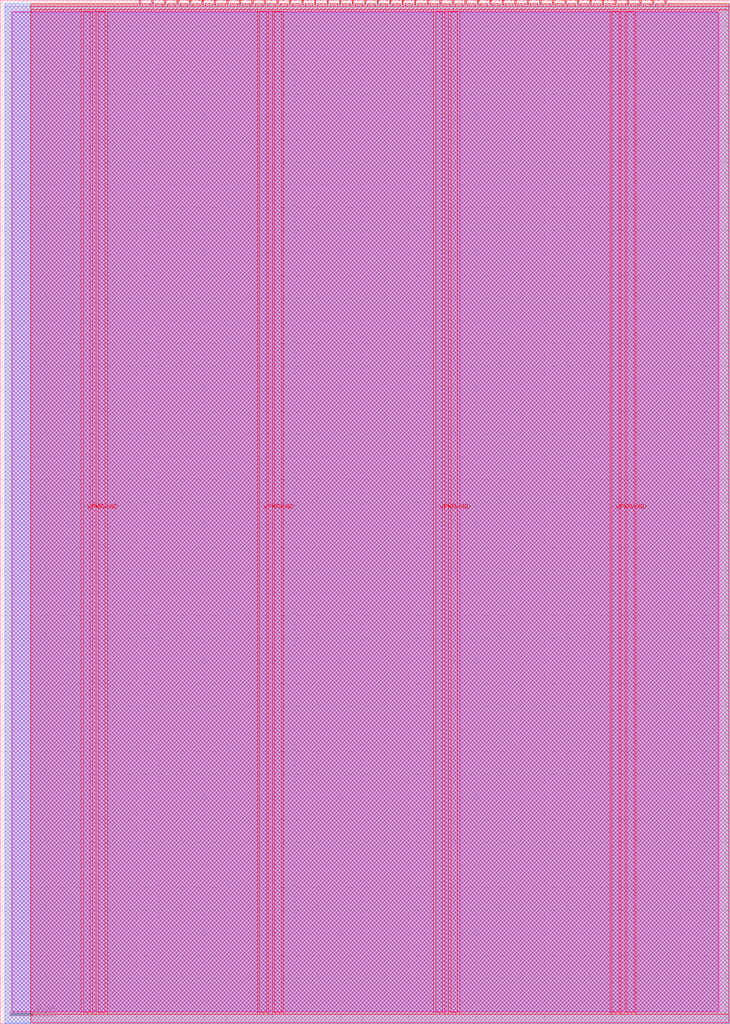
<source format=lef>
VERSION 5.7 ;
  NOWIREEXTENSIONATPIN ON ;
  DIVIDERCHAR "/" ;
  BUSBITCHARS "[]" ;
MACRO tt_um_MichaelBell_canon
  CLASS BLOCK ;
  FOREIGN tt_um_MichaelBell_canon ;
  ORIGIN 0.000 0.000 ;
  SIZE 161.000 BY 225.760 ;
  PIN VGND
    DIRECTION INOUT ;
    USE GROUND ;
    PORT
      LAYER met4 ;
        RECT 21.580 2.480 23.180 223.280 ;
    END
    PORT
      LAYER met4 ;
        RECT 60.450 2.480 62.050 223.280 ;
    END
    PORT
      LAYER met4 ;
        RECT 99.320 2.480 100.920 223.280 ;
    END
    PORT
      LAYER met4 ;
        RECT 138.190 2.480 139.790 223.280 ;
    END
  END VGND
  PIN VPWR
    DIRECTION INOUT ;
    USE POWER ;
    PORT
      LAYER met4 ;
        RECT 18.280 2.480 19.880 223.280 ;
    END
    PORT
      LAYER met4 ;
        RECT 57.150 2.480 58.750 223.280 ;
    END
    PORT
      LAYER met4 ;
        RECT 96.020 2.480 97.620 223.280 ;
    END
    PORT
      LAYER met4 ;
        RECT 134.890 2.480 136.490 223.280 ;
    END
  END VPWR
  PIN clk
    DIRECTION INPUT ;
    USE SIGNAL ;
    ANTENNAGATEAREA 0.852000 ;
    PORT
      LAYER met4 ;
        RECT 143.830 224.760 144.130 225.760 ;
    END
  END clk
  PIN ena
    DIRECTION INPUT ;
    USE SIGNAL ;
    PORT
      LAYER met4 ;
        RECT 146.590 224.760 146.890 225.760 ;
    END
  END ena
  PIN rst_n
    DIRECTION INPUT ;
    USE SIGNAL ;
    ANTENNAGATEAREA 0.213000 ;
    PORT
      LAYER met4 ;
        RECT 141.070 224.760 141.370 225.760 ;
    END
  END rst_n
  PIN ui_in[0]
    DIRECTION INPUT ;
    USE SIGNAL ;
    ANTENNAGATEAREA 0.196500 ;
    PORT
      LAYER met4 ;
        RECT 138.310 224.760 138.610 225.760 ;
    END
  END ui_in[0]
  PIN ui_in[1]
    DIRECTION INPUT ;
    USE SIGNAL ;
    ANTENNAGATEAREA 0.126000 ;
    PORT
      LAYER met4 ;
        RECT 135.550 224.760 135.850 225.760 ;
    END
  END ui_in[1]
  PIN ui_in[2]
    DIRECTION INPUT ;
    USE SIGNAL ;
    ANTENNAGATEAREA 0.196500 ;
    PORT
      LAYER met4 ;
        RECT 132.790 224.760 133.090 225.760 ;
    END
  END ui_in[2]
  PIN ui_in[3]
    DIRECTION INPUT ;
    USE SIGNAL ;
    ANTENNAGATEAREA 0.196500 ;
    PORT
      LAYER met4 ;
        RECT 130.030 224.760 130.330 225.760 ;
    END
  END ui_in[3]
  PIN ui_in[4]
    DIRECTION INPUT ;
    USE SIGNAL ;
    ANTENNAGATEAREA 0.196500 ;
    PORT
      LAYER met4 ;
        RECT 127.270 224.760 127.570 225.760 ;
    END
  END ui_in[4]
  PIN ui_in[5]
    DIRECTION INPUT ;
    USE SIGNAL ;
    ANTENNAGATEAREA 0.159000 ;
    PORT
      LAYER met4 ;
        RECT 124.510 224.760 124.810 225.760 ;
    END
  END ui_in[5]
  PIN ui_in[6]
    DIRECTION INPUT ;
    USE SIGNAL ;
    ANTENNAGATEAREA 0.213000 ;
    PORT
      LAYER met4 ;
        RECT 121.750 224.760 122.050 225.760 ;
    END
  END ui_in[6]
  PIN ui_in[7]
    DIRECTION INPUT ;
    USE SIGNAL ;
    ANTENNAGATEAREA 0.196500 ;
    PORT
      LAYER met4 ;
        RECT 118.990 224.760 119.290 225.760 ;
    END
  END ui_in[7]
  PIN uio_in[0]
    DIRECTION INPUT ;
    USE SIGNAL ;
    PORT
      LAYER met4 ;
        RECT 116.230 224.760 116.530 225.760 ;
    END
  END uio_in[0]
  PIN uio_in[1]
    DIRECTION INPUT ;
    USE SIGNAL ;
    PORT
      LAYER met4 ;
        RECT 113.470 224.760 113.770 225.760 ;
    END
  END uio_in[1]
  PIN uio_in[2]
    DIRECTION INPUT ;
    USE SIGNAL ;
    PORT
      LAYER met4 ;
        RECT 110.710 224.760 111.010 225.760 ;
    END
  END uio_in[2]
  PIN uio_in[3]
    DIRECTION INPUT ;
    USE SIGNAL ;
    PORT
      LAYER met4 ;
        RECT 107.950 224.760 108.250 225.760 ;
    END
  END uio_in[3]
  PIN uio_in[4]
    DIRECTION INPUT ;
    USE SIGNAL ;
    PORT
      LAYER met4 ;
        RECT 105.190 224.760 105.490 225.760 ;
    END
  END uio_in[4]
  PIN uio_in[5]
    DIRECTION INPUT ;
    USE SIGNAL ;
    PORT
      LAYER met4 ;
        RECT 102.430 224.760 102.730 225.760 ;
    END
  END uio_in[5]
  PIN uio_in[6]
    DIRECTION INPUT ;
    USE SIGNAL ;
    PORT
      LAYER met4 ;
        RECT 99.670 224.760 99.970 225.760 ;
    END
  END uio_in[6]
  PIN uio_in[7]
    DIRECTION INPUT ;
    USE SIGNAL ;
    PORT
      LAYER met4 ;
        RECT 96.910 224.760 97.210 225.760 ;
    END
  END uio_in[7]
  PIN uio_oe[0]
    DIRECTION OUTPUT ;
    USE SIGNAL ;
    PORT
      LAYER met4 ;
        RECT 49.990 224.760 50.290 225.760 ;
    END
  END uio_oe[0]
  PIN uio_oe[1]
    DIRECTION OUTPUT ;
    USE SIGNAL ;
    ANTENNADIFFAREA 0.445500 ;
    PORT
      LAYER met4 ;
        RECT 47.230 224.760 47.530 225.760 ;
    END
  END uio_oe[1]
  PIN uio_oe[2]
    DIRECTION OUTPUT ;
    USE SIGNAL ;
    ANTENNADIFFAREA 0.445500 ;
    PORT
      LAYER met4 ;
        RECT 44.470 224.760 44.770 225.760 ;
    END
  END uio_oe[2]
  PIN uio_oe[3]
    DIRECTION OUTPUT ;
    USE SIGNAL ;
    ANTENNADIFFAREA 0.445500 ;
    PORT
      LAYER met4 ;
        RECT 41.710 224.760 42.010 225.760 ;
    END
  END uio_oe[3]
  PIN uio_oe[4]
    DIRECTION OUTPUT ;
    USE SIGNAL ;
    ANTENNADIFFAREA 0.445500 ;
    PORT
      LAYER met4 ;
        RECT 38.950 224.760 39.250 225.760 ;
    END
  END uio_oe[4]
  PIN uio_oe[5]
    DIRECTION OUTPUT ;
    USE SIGNAL ;
    ANTENNADIFFAREA 0.445500 ;
    PORT
      LAYER met4 ;
        RECT 36.190 224.760 36.490 225.760 ;
    END
  END uio_oe[5]
  PIN uio_oe[6]
    DIRECTION OUTPUT ;
    USE SIGNAL ;
    ANTENNADIFFAREA 0.445500 ;
    PORT
      LAYER met4 ;
        RECT 33.430 224.760 33.730 225.760 ;
    END
  END uio_oe[6]
  PIN uio_oe[7]
    DIRECTION OUTPUT ;
    USE SIGNAL ;
    PORT
      LAYER met4 ;
        RECT 30.670 224.760 30.970 225.760 ;
    END
  END uio_oe[7]
  PIN uio_out[0]
    DIRECTION OUTPUT ;
    USE SIGNAL ;
    ANTENNADIFFAREA 0.445500 ;
    PORT
      LAYER met4 ;
        RECT 72.070 224.760 72.370 225.760 ;
    END
  END uio_out[0]
  PIN uio_out[1]
    DIRECTION OUTPUT ;
    USE SIGNAL ;
    ANTENNADIFFAREA 0.445500 ;
    PORT
      LAYER met4 ;
        RECT 69.310 224.760 69.610 225.760 ;
    END
  END uio_out[1]
  PIN uio_out[2]
    DIRECTION OUTPUT ;
    USE SIGNAL ;
    ANTENNADIFFAREA 0.445500 ;
    PORT
      LAYER met4 ;
        RECT 66.550 224.760 66.850 225.760 ;
    END
  END uio_out[2]
  PIN uio_out[3]
    DIRECTION OUTPUT ;
    USE SIGNAL ;
    ANTENNADIFFAREA 0.445500 ;
    PORT
      LAYER met4 ;
        RECT 63.790 224.760 64.090 225.760 ;
    END
  END uio_out[3]
  PIN uio_out[4]
    DIRECTION OUTPUT ;
    USE SIGNAL ;
    ANTENNADIFFAREA 0.445500 ;
    PORT
      LAYER met4 ;
        RECT 61.030 224.760 61.330 225.760 ;
    END
  END uio_out[4]
  PIN uio_out[5]
    DIRECTION OUTPUT ;
    USE SIGNAL ;
    ANTENNADIFFAREA 0.445500 ;
    PORT
      LAYER met4 ;
        RECT 58.270 224.760 58.570 225.760 ;
    END
  END uio_out[5]
  PIN uio_out[6]
    DIRECTION OUTPUT ;
    USE SIGNAL ;
    ANTENNADIFFAREA 0.445500 ;
    PORT
      LAYER met4 ;
        RECT 55.510 224.760 55.810 225.760 ;
    END
  END uio_out[6]
  PIN uio_out[7]
    DIRECTION OUTPUT ;
    USE SIGNAL ;
    ANTENNAGATEAREA 0.247500 ;
    ANTENNADIFFAREA 0.891000 ;
    PORT
      LAYER met4 ;
        RECT 52.750 224.760 53.050 225.760 ;
    END
  END uio_out[7]
  PIN uo_out[0]
    DIRECTION OUTPUT ;
    USE SIGNAL ;
    ANTENNADIFFAREA 0.643500 ;
    PORT
      LAYER met4 ;
        RECT 94.150 224.760 94.450 225.760 ;
    END
  END uo_out[0]
  PIN uo_out[1]
    DIRECTION OUTPUT ;
    USE SIGNAL ;
    ANTENNADIFFAREA 0.643500 ;
    PORT
      LAYER met4 ;
        RECT 91.390 224.760 91.690 225.760 ;
    END
  END uo_out[1]
  PIN uo_out[2]
    DIRECTION OUTPUT ;
    USE SIGNAL ;
    ANTENNADIFFAREA 0.643500 ;
    PORT
      LAYER met4 ;
        RECT 88.630 224.760 88.930 225.760 ;
    END
  END uo_out[2]
  PIN uo_out[3]
    DIRECTION OUTPUT ;
    USE SIGNAL ;
    ANTENNADIFFAREA 0.445500 ;
    PORT
      LAYER met4 ;
        RECT 85.870 224.760 86.170 225.760 ;
    END
  END uo_out[3]
  PIN uo_out[4]
    DIRECTION OUTPUT ;
    USE SIGNAL ;
    ANTENNADIFFAREA 0.643500 ;
    PORT
      LAYER met4 ;
        RECT 83.110 224.760 83.410 225.760 ;
    END
  END uo_out[4]
  PIN uo_out[5]
    DIRECTION OUTPUT ;
    USE SIGNAL ;
    ANTENNADIFFAREA 0.643500 ;
    PORT
      LAYER met4 ;
        RECT 80.350 224.760 80.650 225.760 ;
    END
  END uo_out[5]
  PIN uo_out[6]
    DIRECTION OUTPUT ;
    USE SIGNAL ;
    ANTENNADIFFAREA 0.643500 ;
    PORT
      LAYER met4 ;
        RECT 77.590 224.760 77.890 225.760 ;
    END
  END uo_out[6]
  PIN uo_out[7]
    DIRECTION OUTPUT ;
    USE SIGNAL ;
    ANTENNAGATEAREA 0.495000 ;
    ANTENNADIFFAREA 0.891000 ;
    PORT
      LAYER met4 ;
        RECT 74.830 224.760 75.130 225.760 ;
    END
  END uo_out[7]
  OBS
      LAYER nwell ;
        RECT 2.570 2.635 158.430 223.230 ;
      LAYER li1 ;
        RECT 2.760 2.635 158.240 223.125 ;
      LAYER met1 ;
        RECT 0.990 0.040 160.930 224.360 ;
      LAYER met2 ;
        RECT 1.010 0.010 160.910 224.925 ;
      LAYER met3 ;
        RECT 0.985 0.175 160.935 224.905 ;
      LAYER met4 ;
        RECT 6.735 224.360 30.270 224.905 ;
        RECT 31.370 224.360 33.030 224.905 ;
        RECT 34.130 224.360 35.790 224.905 ;
        RECT 36.890 224.360 38.550 224.905 ;
        RECT 39.650 224.360 41.310 224.905 ;
        RECT 42.410 224.360 44.070 224.905 ;
        RECT 45.170 224.360 46.830 224.905 ;
        RECT 47.930 224.360 49.590 224.905 ;
        RECT 50.690 224.360 52.350 224.905 ;
        RECT 53.450 224.360 55.110 224.905 ;
        RECT 56.210 224.360 57.870 224.905 ;
        RECT 58.970 224.360 60.630 224.905 ;
        RECT 61.730 224.360 63.390 224.905 ;
        RECT 64.490 224.360 66.150 224.905 ;
        RECT 67.250 224.360 68.910 224.905 ;
        RECT 70.010 224.360 71.670 224.905 ;
        RECT 72.770 224.360 74.430 224.905 ;
        RECT 75.530 224.360 77.190 224.905 ;
        RECT 78.290 224.360 79.950 224.905 ;
        RECT 81.050 224.360 82.710 224.905 ;
        RECT 83.810 224.360 85.470 224.905 ;
        RECT 86.570 224.360 88.230 224.905 ;
        RECT 89.330 224.360 90.990 224.905 ;
        RECT 92.090 224.360 93.750 224.905 ;
        RECT 94.850 224.360 96.510 224.905 ;
        RECT 97.610 224.360 99.270 224.905 ;
        RECT 100.370 224.360 102.030 224.905 ;
        RECT 103.130 224.360 104.790 224.905 ;
        RECT 105.890 224.360 107.550 224.905 ;
        RECT 108.650 224.360 110.310 224.905 ;
        RECT 111.410 224.360 113.070 224.905 ;
        RECT 114.170 224.360 115.830 224.905 ;
        RECT 116.930 224.360 118.590 224.905 ;
        RECT 119.690 224.360 121.350 224.905 ;
        RECT 122.450 224.360 124.110 224.905 ;
        RECT 125.210 224.360 126.870 224.905 ;
        RECT 127.970 224.360 129.630 224.905 ;
        RECT 130.730 224.360 132.390 224.905 ;
        RECT 133.490 224.360 135.150 224.905 ;
        RECT 136.250 224.360 137.910 224.905 ;
        RECT 139.010 224.360 140.670 224.905 ;
        RECT 141.770 224.360 143.430 224.905 ;
        RECT 144.530 224.360 146.190 224.905 ;
        RECT 147.290 224.360 160.705 224.905 ;
        RECT 6.735 223.680 160.705 224.360 ;
        RECT 6.735 2.080 17.880 223.680 ;
        RECT 20.280 2.080 21.180 223.680 ;
        RECT 23.580 2.080 56.750 223.680 ;
        RECT 59.150 2.080 60.050 223.680 ;
        RECT 62.450 2.080 95.620 223.680 ;
        RECT 98.020 2.080 98.920 223.680 ;
        RECT 101.320 2.080 134.490 223.680 ;
        RECT 136.890 2.080 137.790 223.680 ;
        RECT 140.190 2.080 160.705 223.680 ;
        RECT 6.735 0.175 160.705 2.080 ;
  END
END tt_um_MichaelBell_canon
END LIBRARY


</source>
